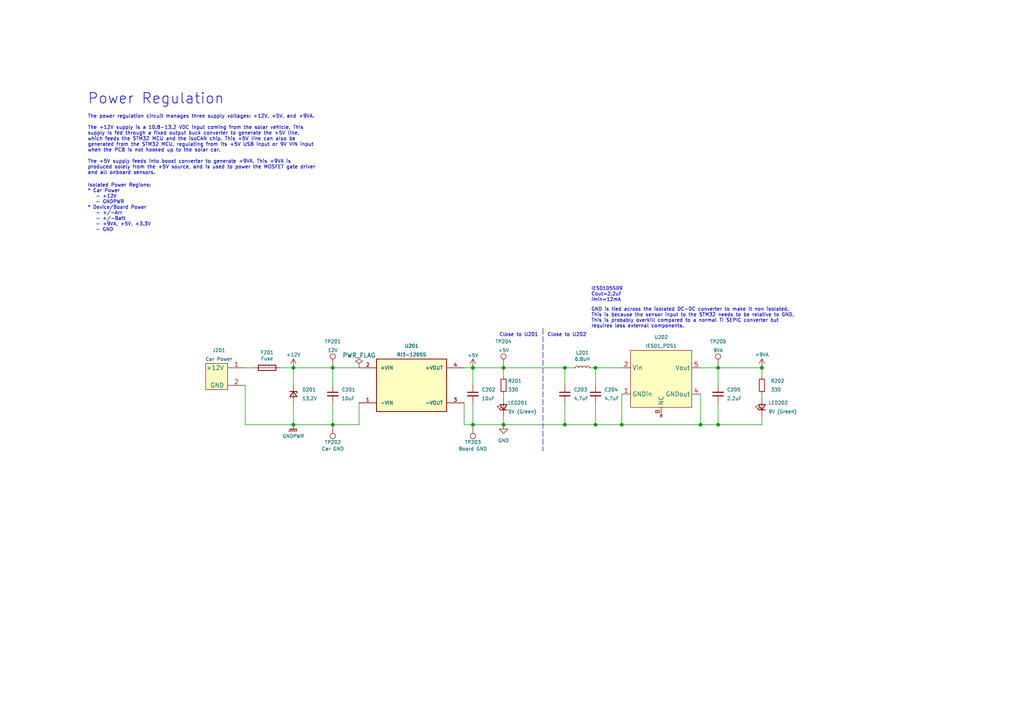
<source format=kicad_sch>
(kicad_sch (version 20211123) (generator eeschema)
  (paper "A4")
  (title_block (title "Sunscatter") (date "2022-06-05") (rev "3.4.0") (company "Longhorn Racing Solar") (comment 1 "Matthew Yu") (comment 2 "Gary Hallock"))
  (lib_symbols
    (symbol "Connector:TestPoint" (pin_numbers hide) (pin_names (offset 0.762) hide)
      (property "Reference" "TP" (at 0 6.858 0))
      (property "Value" "TestPoint" (at 0 5.08 0))
      (symbol "TestPoint_0_1"
        (circle (center 0 3.302) (radius 0.762))
      )
      (symbol "TestPoint_1_1"
        (pin passive line (at 0 0 90) (length 2.54) (name "1") (number "1"))
      )
    )
    (symbol "Device:C_Small" (pin_numbers hide) (pin_names (offset 0.254) hide)
      (property "Reference" "C" (at 0.254 1.778 0))
      (property "Value" "C_Small" (at 0.254 -2.032 0))
      (symbol "C_Small_0_1"
        (polyline (pts (xy -1.524 -0.508) (xy 1.524 -0.508)) (stroke (width 0.3302)))
        (polyline (pts (xy -1.524 0.508) (xy 1.524 0.508)) (stroke (width 0.3048)))
      )
      (symbol "C_Small_1_1"
        (pin passive line (at 0 2.54 270) (length 2.032) (name "~") (number "1"))
        (pin passive line (at 0 -2.54 90) (length 2.032) (name "~") (number "2"))
      )
    )
    (symbol "Device:D_Zener_Small" (pin_numbers hide) (pin_names (offset 0.254) hide)
      (property "Reference" "D" (at 0 2.286 0))
      (property "Value" "D_Zener_Small" (at 0 -2.286 0))
      (symbol "D_Zener_Small_0_1"
        (polyline (pts (xy 0.762 0) (xy -0.762 0)))
        (polyline (pts (xy -0.254 1.016) (xy -0.762 1.016) (xy -0.762 -1.016)) (stroke (width 0.254)))
        (polyline (pts (xy 0.762 1.016) (xy -0.762 0) (xy 0.762 -1.016) (xy 0.762 1.016)) (stroke (width 0.254)))
      )
      (symbol "D_Zener_Small_1_1"
        (pin passive line (at -2.54 0 0) (length 1.778) (name "K") (number "1"))
        (pin passive line (at 2.54 0 180) (length 1.778) (name "A") (number "2"))
      )
    )
    (symbol "Device:Fuse" (pin_numbers hide) (pin_names (offset 0))
      (property "Reference" "F" (at 2.032 0 90))
      (property "Value" "Fuse" (at -1.905 0 90))
      (symbol "Fuse_0_1"
        (rectangle (start -0.762 -2.54) (end 0.762 2.54) (stroke (width 0.254)))
        (polyline (pts (xy 0 2.54) (xy 0 -2.54)))
      )
      (symbol "Fuse_1_1"
        (pin passive line (at 0 3.81 270) (length 1.27) (name "~") (number "1"))
        (pin passive line (at 0 -3.81 90) (length 1.27) (name "~") (number "2"))
      )
    )
    (symbol "Device:LED_Small" (pin_numbers hide) (pin_names (offset 0.254) hide)
      (property "Reference" "D" (at -1.27 3.175 0))
      (property "Value" "LED_Small" (at -4.445 -2.54 0))
      (symbol "LED_Small_0_1"
        (polyline (pts (xy -0.762 -1.016) (xy -0.762 1.016)) (stroke (width 0.254)))
        (polyline (pts (xy 1.016 0) (xy -0.762 0)))
        (polyline (pts (xy 0.762 -1.016) (xy -0.762 0) (xy 0.762 1.016) (xy 0.762 -1.016)) (stroke (width 0.254)))
        (polyline (pts (xy 0 0.762) (xy -0.508 1.27) (xy -0.254 1.27) (xy -0.508 1.27) (xy -0.508 1.016)))
        (polyline (pts (xy 0.508 1.27) (xy 0 1.778) (xy 0.254 1.778) (xy 0 1.778) (xy 0 1.524)))
      )
      (symbol "LED_Small_1_1"
        (pin passive line (at -2.54 0 0) (length 1.778) (name "K") (number "1"))
        (pin passive line (at 2.54 0 180) (length 1.778) (name "A") (number "2"))
      )
    )
    (symbol "Device:L_Small" (pin_numbers hide) (pin_names (offset 0.254) hide)
      (property "Reference" "L" (at 0.762 1.016 0))
      (property "Value" "L_Small" (at 0.762 -1.016 0))
      (symbol "L_Small_0_1"
        (arc (start 0 -2.032) (mid 0.508 -1.524) (end 0 -1.016))
        (arc (start 0 -1.016) (mid 0.508 -0.508) (end 0 0))
        (arc (start 0 0) (mid 0.508 0.508) (end 0 1.016))
        (arc (start 0 1.016) (mid 0.508 1.524) (end 0 2.032))
      )
      (symbol "L_Small_1_1"
        (pin passive line (at 0 2.54 270) (length 0.508) (name "~") (number "1"))
        (pin passive line (at 0 -2.54 90) (length 0.508) (name "~") (number "2"))
      )
    )
    (symbol "Device:R_Small" (pin_numbers hide) (pin_names (offset 0.254) hide)
      (property "Reference" "R" (at 0.762 0.508 0))
      (property "Value" "R_Small" (at 0.762 -1.016 0))
      (symbol "R_Small_0_1"
        (rectangle (start -0.762 1.778) (end 0.762 -1.778) (stroke (width 0.2032)))
      )
      (symbol "R_Small_1_1"
        (pin passive line (at 0 2.54 270) (length 0.762) (name "~") (number "1"))
        (pin passive line (at 0 -2.54 90) (length 0.762) (name "~") (number "2"))
      )
    )
    (symbol "MPPT:IES01_PDS1"
      (property "Reference" "U" (at 0 0 0))
      (property "Value" "IES01_PDS1" (at 0 -1.27 0))
      (symbol "IES01_PDS1_0_1"
        (rectangle (start -8.89 -2.54) (end 8.89 -19.05) (stroke (width 0.1524)) (fill (type background)))
      )
      (symbol "IES01_PDS1_1_1"
        (pin input line (at -11.43 -15.24 0) (length 2.54) (name "GNDin") (number "1"))
        (pin input line (at -11.43 -7.62 0) (length 2.54) (name "Vin") (number "2"))
        (pin input line (at 11.43 -15.24 180) (length 2.54) (name "GNDout") (number "4"))
        (pin power_out line (at 11.43 -7.62 180) (length 2.54) (name "Vout") (number "5"))
        (pin no_connect line (at 0 -21.59 90) (length 2.54) (name "NC") (number "8"))
      )
    )
    (symbol "MPPT:PWR_Connector_43650-0215" (pin_names (offset 1.016))
      (property "Reference" "J" (at 0 -5.08 0))
      (property "Value" "PWR_Connector_43650-0215" (at 0 5.08 0))
      (symbol "PWR_Connector_43650-0215_0_1"
        (rectangle (start 2.54 3.81) (end -3.81 -3.81) (fill (type background)))
      )
      (symbol "PWR_Connector_43650-0215_1_1"
        (pin power_out line (at 7.62 2.54 180) (length 5.08) (name "+12V") (number "1"))
        (pin power_out line (at 7.62 -2.54 180) (length 5.08) (name "GND") (number "2"))
      )
    )
    (symbol "MPPT:RI3-1205S" (pin_names (offset 1.016))
      (property "Reference" "PS" (at -10.16 8.89 0))
      (property "Value" "RI3-1205S" (at -10.16 -10.16 0))
      (symbol "RI3-1205S_0_0"
        (rectangle (start -10.16 -7.62) (end 10.16 7.62) (stroke (width 0.254)) (fill (type background)))
        (pin power_in line (at -15.24 -5.08 0) (length 5.08) (name "-VIN") (number "1"))
        (pin power_in line (at -15.24 5.08 0) (length 5.08) (name "+VIN") (number "2"))
        (pin power_out line (at 15.24 -5.08 180) (length 5.08) (name "-VOUT") (number "3"))
        (pin power_out line (at 15.24 5.08 180) (length 5.08) (name "+VOUT") (number "4"))
      )
    )
    (symbol "power:+12V" (power) (pin_names (offset 0))
      (property "Value" "+12V" (at 0 3.556 0))
      (symbol "+12V_0_1"
        (polyline (pts (xy -0.762 1.27) (xy 0 2.54)))
        (polyline (pts (xy 0 0) (xy 0 2.54)))
        (polyline (pts (xy 0 2.54) (xy 0.762 1.27)))
      )
      (symbol "+12V_1_1"
        (pin power_in line (at 0 0 90) (length 0) hide (name "+12V") (number "1"))
      )
    )
    (symbol "power:+5V" (power) (pin_names (offset 0))
      (property "Value" "+5V" (at 0 3.556 0))
      (symbol "+5V_0_1"
        (polyline (pts (xy -0.762 1.27) (xy 0 2.54)))
        (polyline (pts (xy 0 0) (xy 0 2.54)))
        (polyline (pts (xy 0 2.54) (xy 0.762 1.27)))
      )
      (symbol "+5V_1_1"
        (pin power_in line (at 0 0 90) (length 0) hide (name "+5V") (number "1"))
      )
    )
    (symbol "power:+9VA" (power) (pin_names (offset 0))
      (property "Value" "+9VA" (at 0 3.81 0))
      (symbol "+9VA_0_1"
        (polyline (pts (xy -0.762 1.27) (xy 0 2.54)))
        (polyline (pts (xy 0 0) (xy 0 2.54)))
        (polyline (pts (xy 0 2.54) (xy 0.762 1.27)))
      )
      (symbol "+9VA_1_1"
        (pin power_in line (at 0 0 90) (length 0) hide (name "+9VA") (number "1"))
      )
    )
    (symbol "power:GND" (power) (pin_names (offset 0))
      (property "Value" "GND" (at 0 -3.81 0))
      (symbol "GND_0_1"
        (polyline (pts (xy 0 0) (xy 0 -1.27) (xy 1.27 -1.27) (xy 0 -2.54) (xy -1.27 -1.27) (xy 0 -1.27)))
      )
      (symbol "GND_1_1"
        (pin power_in line (at 0 0 270) (length 0) hide (name "GND") (number "1"))
      )
    )
    (symbol "power:GNDPWR" (power) (pin_names (offset 0))
      (property "Value" "GNDPWR" (at 0 -3.302 0))
      (symbol "GNDPWR_0_1"
        (polyline (pts (xy 0 -1.27) (xy 0 0)))
        (polyline (pts (xy -1.016 -1.27) (xy -1.27 -2.032) (xy -1.27 -2.032)) (stroke (width 0.2032)))
        (polyline (pts (xy -0.508 -1.27) (xy -0.762 -2.032) (xy -0.762 -2.032)) (stroke (width 0.2032)))
        (polyline (pts (xy 0 -1.27) (xy -0.254 -2.032) (xy -0.254 -2.032)) (stroke (width 0.2032)))
        (polyline (pts (xy 0.508 -1.27) (xy 0.254 -2.032) (xy 0.254 -2.032)) (stroke (width 0.2032)))
        (polyline (pts (xy 1.016 -1.27) (xy -1.016 -1.27) (xy -1.016 -1.27)) (stroke (width 0.2032)))
        (polyline (pts (xy 1.016 -1.27) (xy 0.762 -2.032) (xy 0.762 -2.032) (xy 0.762 -2.032)) (stroke (width 0.2032)))
      )
      (symbol "GNDPWR_1_1"
        (pin power_in line (at 0 0 270) (length 0) hide (name "GNDPWR") (number "1"))
      )
    )
    (symbol "power:PWR_FLAG" (power) (pin_numbers hide) (pin_names (offset 0) hide)
      (property "Value" "PWR_FLAG" (at 0 3.81 0))
      (symbol "PWR_FLAG_0_0"
        (pin power_out line (at 0 0 90) (length 0) (name "pwr") (number "1"))
      )
      (symbol "PWR_FLAG_0_1"
        (polyline (pts (xy 0 0) (xy 0 1.27) (xy -1.016 1.905) (xy 0 2.54) (xy 1.016 1.905) (xy 0 1.27)))
      )
    )
  )
  (junction (at 203.2 123.19))
  (junction (at 180.34 123.19))
  (junction (at 146.05 123.19))
  (junction (at 85.09 123.19))
  (junction (at 137.16 106.68))
  (junction (at 220.98 106.68))
  (junction (at 163.83 123.19))
  (junction (at 172.72 123.19))
  (junction (at 172.72 106.68))
  (junction (at 208.28 106.68))
  (junction (at 96.52 123.19))
  (junction (at 96.52 106.68))
  (junction (at 137.16 123.19))
  (junction (at 163.83 106.68))
  (junction (at 208.28 123.19))
  (junction (at 146.05 106.68))
  (junction (at 85.09 106.68))
  (wire (pts (xy 208.28 116.84) (xy 208.28 123.19)))
  (wire (pts (xy 137.16 116.84) (xy 137.16 123.19)))
  (wire (pts (xy 203.2 123.19) (xy 208.28 123.19)))
  (wire (pts (xy 203.2 123.19) (xy 180.34 123.19)))
  (wire (pts (xy 85.09 106.68) (xy 85.09 111.76)))
  (wire (pts (xy 203.2 114.3) (xy 203.2 123.19)))
  (wire (pts (xy 96.52 116.84) (xy 96.52 123.19)))
  (wire (pts (xy 71.12 123.19) (xy 85.09 123.19)))
  (wire (pts (xy 163.83 106.68) (xy 166.37 106.68)))
  (wire (pts (xy 104.14 123.19) (xy 104.14 116.84)))
  (wire (pts (xy 146.05 114.3) (xy 146.05 115.57)))
  (wire (pts (xy 134.62 106.68) (xy 137.16 106.68)))
  (wire (pts (xy 163.83 123.19) (xy 172.72 123.19)))
  (wire (pts (xy 172.72 106.68) (xy 180.34 106.68)))
  (wire (pts (xy 85.09 123.19) (xy 96.52 123.19)))
  (wire (pts (xy 220.98 123.19) (xy 220.98 120.65)))
  (wire (pts (xy 172.72 106.68) (xy 171.45 106.68)))
  (wire (pts (xy 208.28 106.68) (xy 220.98 106.68)))
  (wire (pts (xy 96.52 106.68) (xy 96.52 111.76)))
  (wire (pts (xy 220.98 106.68) (xy 220.98 109.22)))
  (wire (pts (xy 71.12 106.68) (xy 73.66 106.68)))
  (wire (pts (xy 163.83 106.68) (xy 146.05 106.68)))
  (wire (pts (xy 180.34 114.3) (xy 180.34 123.19)))
  (wire (pts (xy 203.2 106.68) (xy 208.28 106.68)))
  (wire (pts (xy 180.34 123.19) (xy 172.72 123.19)))
  (wire (pts (xy 71.12 111.76) (xy 71.12 123.19)))
  (wire (pts (xy 137.16 106.68) (xy 146.05 106.68)))
  (wire (pts (xy 208.28 106.68) (xy 208.28 111.76)))
  (wire (pts (xy 96.52 123.19) (xy 104.14 123.19)))
  (wire (pts (xy 172.72 123.19) (xy 172.72 116.84)))
  (wire (pts (xy 146.05 106.68) (xy 146.05 109.22)))
  (wire (pts (xy 137.16 123.19) (xy 146.05 123.19)))
  (wire (pts (xy 220.98 114.3) (xy 220.98 115.57)))
  (wire (pts (xy 85.09 116.84) (xy 85.09 123.19)))
  (wire (pts (xy 81.28 106.68) (xy 85.09 106.68)))
  (wire (pts (xy 134.62 123.19) (xy 137.16 123.19)))
  (wire (pts (xy 163.83 116.84) (xy 163.83 123.19)))
  (polyline (pts (xy 157.48 95.25) (xy 157.48 130.81)))
  (wire (pts (xy 137.16 106.68) (xy 137.16 111.76)))
  (wire (pts (xy 85.09 106.68) (xy 96.52 106.68)))
  (wire (pts (xy 146.05 120.65) (xy 146.05 123.19)))
  (wire (pts (xy 208.28 123.19) (xy 220.98 123.19)))
  (wire (pts (xy 163.83 111.76) (xy 163.83 106.68)))
  (wire (pts (xy 134.62 116.84) (xy 134.62 123.19)))
  (wire (pts (xy 172.72 111.76) (xy 172.72 106.68)))
  (wire (pts (xy 96.52 106.68) (xy 104.14 106.68)))
  (wire (pts (xy 146.05 123.19) (xy 163.83 123.19)))
  (text "Close to U202" (at 158.75 97.79 0) (effects (font (size 1.016 1.016)) (justify left bottom)))
  (text "IES0105S09\nCout=2.2uF\nImin=12mA" (at 171.45 87.63 0) (effects (font (size 1 1)) (justify left bottom)))
  (text "The power regulation circuit manages three supply voltages: +12V, +5V, and +9VA.\n\nThe +12V supply is a 10.8-13.2 VDC input coming from the solar vehicle. This \nsupply is fed through a fixed output buck converter to generate the +5V line, \nwhich feeds the STM32 MCU and the isoCAN chip. This +5V line can also be \ngenerated from the STM32 MCU, regulating from its +5V USB input or 9V VIN input \nwhen the PCB is not hooked up to the solar car.\n\nThe +5V supply feeds into boost converter to generate +9VA. This +9VA is \nproduced solely from the +5V source, and is used to power the MOSFET gate driver \nand all onboard sensors." (at 25.4 50.8 0) (effects (font (size 1.016 1.016)) (justify left bottom)))
  (text "Power Regulation" (at 25.4 30.48 0) (effects (font (size 3 3) (thickness 0.2) bold) (justify left bottom)))
  (text "Isolated Power Regions:\n* Car Power\n   - +12V\n   - GNDPWR\n* Device/Board Power\n   - +/-Arr\n   - +/-Batt\n   - +9VA, +5V, +3.3V\n   - GND" (at 25.4 67.31 0) (effects (font (size 1 1)) (justify left bottom)))
  (text "Close to U201" (at 144.78 97.79 0) (effects (font (size 1.016 1.016)) (justify left bottom)))
  (text "GND is tied across the isolated DC-DC converter to make it non isolated. \nThis is because the sensor input to the STM32 needs to be relative to GND.\nThis is probably overkill compared to a normal TI SEPIC converter but \nrequires less external components." (at 171.45 95.25 0) (effects (font (size 1 1)) (justify left bottom)))
  (symbol (lib_id "Device:C_Small") (at 163.83 114.3 0) (unit 1)
    (property "Reference" "C203" (at 166.37 113.03 0) (effects (font (size 1 1)) (justify left)))
    (property "Value" "4.7uF" (at 166.37 115.57 0) (effects (font (size 1 1)) (justify left)))
    (property "Footprint" "Capacitor_SMD:C_0805_2012Metric" (effects hide))
    (property "Datasheet" "https://datasheet.lcsc.com/lcsc/1810261822_Samsung-Electro-Mechanics-CL21A475KAQNNNE_C1779.pdf" (effects hide))
    (property "Distributor" "JLCPCB" (effects hide))
    (property "Manufacturer" "Samsung Electro-Mechanics" (effects hide))
    (property "JLCPCB BOM" "1" (effects hide))
    (property "LCSC Part" "C1779" (effects hide))
    (property "Projected Cost" "0.0109" (effects hide))
    (property "Purchase Page" "N/A" (effects hide))
    (property "Manufacturer Part Number" "CL21A475KAQNNNE" (effects hide))
    (property "Mouser Part" "N/A" (effects hide))
  )
  (symbol (lib_id "power:+12V") (at 85.09 106.68 0) (unit 1)
    (property "Reference" "#PWR0201" (effects hide))
    (property "Value" "+12V" (at 85.09 102.87 0) (effects (font (size 1 1))))
  )
  (symbol (lib_id "Device:D_Zener_Small") (at 85.09 114.3 270) (unit 1)
    (property "Reference" "D201" (at 87.63 113.03 90) (effects (font (size 1 1)) (justify left)))
    (property "Value" "13.2V" (at 87.63 115.57 90) (effects (font (size 1 1)) (justify left)))
    (property "Footprint" "Diode_SMD:D_SOD-323F" (effects hide))
    (property "Datasheet" "https://www.mouser.com/datasheet/2/916/PZUXB_SER-1600481.pdf" (effects hide))
    (property "Distributor" "Mouser" (effects hide))
    (property "JLCPCB BOM" "0" (effects hide))
    (property "LCSC Part" "N/A" (effects hide))
    (property "Manufacturer" "Nexperia" (effects hide))
    (property "Projected Cost" "0.38" (effects hide))
    (property "Purchase Page" "https://www.mouser.com/ProductDetail/Nexperia/PZU13B2115?qs=LOCUfHb8d9vipK9LoWwDsg%3D%3D" (effects hide))
    (property "Manufacturer Part Number" "PZU13B2,115" (effects hide))
    (property "Mouser Part" "771-PZU13B2115" (effects hide))
  )
  (symbol (lib_id "Connector:TestPoint") (at 146.05 106.68 0) (unit 1)
    (property "Reference" "TP204" (at 146.05 99.06 0) (effects (font (size 1 1))))
    (property "Value" "+5V" (at 146.05 101.6 0) (effects (font (size 1 1))))
    (property "Footprint" "TestPoint:TestPoint_Pad_1.0x1.0mm" (effects hide))
  )
  (symbol (lib_id "MPPT:IES01_PDS1") (at 191.77 99.06 0) (unit 1)
    (property "Reference" "U202" (at 191.77 97.79 0) (effects (font (size 1 1))))
    (property "Value" "IES01_PDS1" (at 191.77 100.33 0) (effects (font (size 1 1))))
    (property "Footprint" "Footprints:IES01_PDS1" (effects hide))
    (property "Datasheet" "https://www.mouser.com/datasheet/2/942/SF_IES01-1666999.pdf" (effects hide))
    (property "Distributor" "Mouser" (effects hide))
    (property "Manufacturer" "XP Power" (effects hide))
    (property "JLCPCB BOM" "0" (effects hide))
    (property "LCSC Part" "N/A" (effects hide))
    (property "Projected Cost" "3.60" (effects hide))
    (property "Purchase Page" "https://www.mouser.com/ProductDetail/XP-Power/IES0105S09?qs=Cb2nCFKsA8olKT2yq0l%2FZg%3D%3D" (effects hide))
    (property "Manufacturer Part Number" "IES0105S09" (effects hide))
    (property "Mouser Part" "209-IES0105S09" (effects hide))
  )
  (symbol (lib_id "power:+9VA") (at 220.98 106.68 0) (unit 1)
    (property "Reference" "#PWR0205" (effects hide))
    (property "Value" "+9VA" (at 220.98 102.87 0) (effects (font (size 1 1))))
  )
  (symbol (lib_id "Device:L_Small") (at 168.91 106.68 90) (unit 1)
    (property "Reference" "L201" (at 168.91 102.3325 90) (effects (font (size 1 1))))
    (property "Value" "6.8uH" (at 168.91 104.14 90) (effects (font (size 1 1))))
    (property "Footprint" "Inductor_SMD:L_Taiyo-Yuden_NR-50xx" (effects hide))
    (property "Distributor" "Mouser" (effects hide))
    (property "Manufacturer" "Taiyo Yuden" (effects hide))
    (property "JLCPCB BOM" "0" (effects hide))
    (property "LCSC Part" "N/A" (effects hide))
    (property "Projected Cost" "0.36" (effects hide))
    (property "Purchase Page" "https://www.mouser.com/ProductDetail/Taiyo-Yuden/NRS5040T6R8MMGJ?qs=y6ZabgHbY%252Bzi5243tSRdMg%3D%3D" (effects hide))
    (property "Manufacturer Part Number" "NRS5040T6R8MMGJ" (effects hide))
    (property "Mouser Part" "963-NRS5040T6R8MMGJ" (effects hide))
  )
  (symbol (lib_id "Device:LED_Small") (at 220.98 118.11 90) (unit 1)
    (property "Reference" "LED202" (at 228.6 116.84 90) (effects (font (size 1 1)) (justify left)))
    (property "Value" "9V (Green)" (at 231.14 119.38 90) (effects (font (size 1 1)) (justify left)))
    (property "Footprint" "LED_SMD:LED_0805_2012Metric" (effects hide))
    (property "Distributor" "Mouser" (effects hide))
    (property "Manufacturer" "Kingbright" (effects hide))
    (property "JLCPCB BOM" "0" (effects hide))
    (property "LCSC Part" "N/A" (effects hide))
    (property "Projected Cost" "0.42" (effects hide))
    (property "Purchase Page" "https://www.mouser.com/ProductDetail/Kingbright/APTD2012LCGCK?qs=AQlKX63v8RvNHN%2F9EGvNTg%3D%3D" (effects hide))
    (property "Manufacturer Part Number" "APTD2012LCGCK" (effects hide))
    (property "Mouser Part" "604-APTD2012LCGCK" (effects hide))
  )
  (symbol (lib_id "Device:C_Small") (at 96.52 114.3 0) (unit 1)
    (property "Reference" "C201" (at 99.06 113.03 0) (effects (font (size 1 1)) (justify left)))
    (property "Value" "10uF" (at 99.06 115.57 0) (effects (font (size 1 1)) (justify left)))
    (property "Footprint" "Capacitor_SMD:C_0805_2012Metric" (effects hide))
    (property "Datasheet" "https://datasheet.lcsc.com/lcsc/1811121310_Samsung-Electro-Mechanics-CL21A106KAYNNNE_C15850.pdf" (effects hide))
    (property "Distributor" "JLCPCB" (effects hide))
    (property "JLCPCB BOM" "1" (effects hide))
    (property "LCSC Part" "C15850" (effects hide))
    (property "Manufacturer" "Samsung Electro-Mechanics" (effects hide))
    (property "Projected Cost" "0.0141" (effects hide))
    (property "Purchase Page" "N/A" (effects hide))
    (property "Manufacturer Part Number" "CL21A106KAYNNNE" (effects hide))
    (property "Mouser Part" "N/A" (effects hide))
  )
  (symbol (lib_id "power:GNDPWR") (at 85.09 123.19 0) (unit 1)
    (property "Reference" "#PWR0202" (effects hide))
    (property "Value" "GNDPWR" (at 85.09 126.492 0) (effects (font (size 1 1))))
  )
  (symbol (lib_id "Connector:TestPoint") (at 137.16 123.19 180) (unit 1)
    (property "Reference" "TP203" (at 137.16 128.27 0) (effects (font (size 1 1))))
    (property "Value" "Board GND" (at 137.16 130.175 0) (effects (font (size 1 1))))
    (property "Footprint" "TestPoint:TestPoint_Pad_1.0x1.0mm" (effects hide))
  )
  (symbol (lib_id "Device:R_Small") (at 146.05 111.76 0) (unit 1)
    (property "Reference" "R201" (at 147.32 110.49 0) (effects (font (size 1 1)) (justify left)))
    (property "Value" "330" (at 147.32 113.03 0) (effects (font (size 1 1)) (justify left)))
    (property "Footprint" "Resistor_SMD:R_0805_2012Metric" (effects hide))
    (property "Datasheet" "https://datasheet.lcsc.com/lcsc/2110251830_UNI-ROYAL-Uniroyal-Elec-0805W8F3300T5E_C17630.pdf" (effects hide))
    (property "Distributor" "JLCPCB" (effects hide))
    (property "Manufacturer" "Uniroyal Elec" (effects hide))
    (property "JLCPCB BOM" "1" (effects hide))
    (property "LCSC Part" "C17630" (effects hide))
    (property "Projected Cost" "0.0024" (effects hide))
    (property "Purchase Page" "N/A" (effects hide))
    (property "Manufacturer Part Number" "0805W8F3300T5E" (effects hide))
    (property "Mouser Part" "N/A" (effects hide))
  )
  (symbol (lib_id "power:PWR_FLAG") (at 104.14 106.68 0) (unit 1)
    (property "Reference" "#FLG0102" (effects hide))
    (property "Value" "PWR_FLAG" (at 104.14 103.0755 0))
  )
  (symbol (lib_id "MPPT:RI3-1205S") (at 119.38 111.76 0) (unit 1)
    (property "Reference" "U201" (at 119.38 100.33 0) (effects (font (size 1 1))))
    (property "Value" "RI3-1205S" (at 119.38 102.87 0) (effects (font (size 1 1))))
    (property "Footprint" "Footprints:CONV_RI3-1205S" (effects hide))
    (property "Datasheet" "https://www.mouser.com/datasheet/2/468/RI3-1711119.pdf" (effects hide))
    (property "Distributor" "Mouser" (effects hide))
    (property "JLCPCB BOM" "0" (effects hide))
    (property "LCSC Part" "N/A" (effects hide))
    (property "Manufacturer" "RECOM Power" (effects hide))
    (property "Manufacturer Part Number" "RI3-1205S" (effects hide))
    (property "Mouser Part" "919-RI3-1205S" (effects hide))
    (property "Projected Cost" "11.17" (effects hide))
    (property "Purchase Page" "https://www.mouser.com/ProductDetail/RECOM-Power/RI3-1205S?qs=IbBl3rwNelPT1WcVQVA01Q%3D%3D" (effects hide))
  )
  (symbol (lib_id "power:+5V") (at 137.16 106.68 0) (unit 1)
    (property "Reference" "#PWR0203" (effects hide))
    (property "Value" "+5V" (at 137.16 103.0755 0) (effects (font (size 1 1))))
  )
  (symbol (lib_id "Device:R_Small") (at 220.98 111.76 0) (unit 1)
    (property "Reference" "R202" (at 223.52 110.49 0) (effects (font (size 1 1)) (justify left)))
    (property "Value" "330" (at 223.52 113.03 0) (effects (font (size 1 1)) (justify left)))
    (property "Footprint" "Resistor_SMD:R_0805_2012Metric" (effects hide))
    (property "Distributor" "JLCPCB" (effects hide))
    (property "Manufacturer" "Uniroyal Elec" (effects hide))
    (property "JLCPCB BOM" "1" (effects hide))
    (property "LCSC Part" "C17630" (effects hide))
    (property "Projected Cost" "0.0024" (effects hide))
    (property "Purchase Page" "N/A" (effects hide))
    (property "Manufacturer Part Number" "0805W8F3300T5E" (effects hide))
    (property "Mouser Part" "N/A" (effects hide))
  )
  (symbol (lib_id "Connector:TestPoint") (at 208.28 106.68 0) (unit 1)
    (property "Reference" "TP205" (at 208.28 99.06 0) (effects (font (size 1 1))))
    (property "Value" "9VA" (at 208.28 101.6 0) (effects (font (size 1 1))))
    (property "Footprint" "TestPoint:TestPoint_Pad_1.0x1.0mm" (effects hide))
  )
  (symbol (lib_id "Connector:TestPoint") (at 96.52 123.19 180) (unit 1)
    (property "Reference" "TP202" (at 96.52 128.27 0) (effects (font (size 1 1))))
    (property "Value" "Car GND" (at 96.52 130.175 0) (effects (font (size 1 1))))
    (property "Footprint" "TestPoint:TestPoint_Pad_1.0x1.0mm" (effects hide))
  )
  (symbol (lib_id "Device:C_Small") (at 208.28 114.3 0) (mirror x) (unit 1)
    (property "Reference" "C205" (at 210.82 113.03 0) (effects (font (size 1 1)) (justify left)))
    (property "Value" "2.2uF" (at 210.82 115.57 0) (effects (font (size 1 1)) (justify left)))
    (property "Footprint" "Capacitor_SMD:C_0805_2012Metric" (effects hide))
    (property "Datasheet" "https://datasheet.lcsc.com/lcsc/1811101411_FH-Guangdong-Fenghua-Advanced-Tech-0805F225M500NT_C49217.pdf" (effects hide))
    (property "Distributor" "JLCPCB" (effects hide))
    (property "Manufacturer" "Guangdong Fenghua Advanced Tech" (effects hide))
    (property "JLCPCB BOM" "1" (effects hide))
    (property "LCSC Part" "C49217" (effects hide))
    (property "Projected Cost" "0.0172" (effects hide))
    (property "Purchase Page" "N/A" (effects hide))
    (property "Manufacturer Part Number" "0805F225M500NT" (effects hide))
    (property "Mouser Part" "N/A" (effects hide))
  )
  (symbol (lib_id "Connector:TestPoint") (at 96.52 106.68 0) (unit 1)
    (property "Reference" "TP201" (at 96.52 99.06 0) (effects (font (size 1 1))))
    (property "Value" "12V" (at 96.52 101.6 0) (effects (font (size 1 1))))
    (property "Footprint" "TestPoint:TestPoint_Pad_1.0x1.0mm" (effects hide))
  )
  (symbol (lib_id "power:GND") (at 146.05 123.19 0) (unit 1)
    (property "Reference" "#PWR0204" (effects hide))
    (property "Value" "GND" (at 146.05 127.7525 0) (effects (font (size 1 1))))
  )
  (symbol (lib_id "Device:C_Small") (at 137.16 114.3 0) (unit 1)
    (property "Reference" "C202" (at 139.7 113.03 0) (effects (font (size 1 1)) (justify left)))
    (property "Value" "10uF" (at 139.7 115.57 0) (effects (font (size 1 1)) (justify left)))
    (property "Footprint" "Capacitor_SMD:C_0805_2012Metric" (effects hide))
    (property "Datasheet" "https://datasheet.lcsc.com/lcsc/1811121310_Samsung-Electro-Mechanics-CL21A106KAYNNNE_C15850.pdf" (effects hide))
    (property "Distributor" "JLCPCB" (effects hide))
    (property "JLCPCB BOM" "1" (effects hide))
    (property "LCSC Part" "C15850" (effects hide))
    (property "Manufacturer" "Samsung Electro-Mechanics" (effects hide))
    (property "Projected Cost" "0.0141" (effects hide))
    (property "Purchase Page" "N/A" (effects hide))
    (property "Manufacturer Part Number" "CL21A106KAYNNNE" (effects hide))
    (property "Mouser Part" "N/A" (effects hide))
  )
  (symbol (lib_id "Device:C_Small") (at 172.72 114.3 0) (unit 1)
    (property "Reference" "C204" (at 175.26 113.03 0) (effects (font (size 1 1)) (justify left)))
    (property "Value" "4.7uF" (at 175.26 115.57 0) (effects (font (size 1 1)) (justify left)))
    (property "Footprint" "Capacitor_SMD:C_0805_2012Metric" (effects hide))
    (property "Datasheet" "https://datasheet.lcsc.com/lcsc/1810261822_Samsung-Electro-Mechanics-CL21A475KAQNNNE_C1779.pdf" (effects hide))
    (property "Distributor" "JLCPCB" (effects hide))
    (property "Manufacturer" "Samsung Electro-Mechanics" (effects hide))
    (property "JLCPCB BOM" "1" (effects hide))
    (property "LCSC Part" "C1779" (effects hide))
    (property "Projected Cost" "0.0109" (effects hide))
    (property "Purchase Page" "N/A" (effects hide))
    (property "Manufacturer Part Number" "CL21A475KAQNNNE" (effects hide))
    (property "Mouser Part" "N/A" (effects hide))
  )
  (symbol (lib_id "Device:Fuse") (at 77.47 106.68 270) (unit 1)
    (property "Reference" "F201" (at 77.47 102.235 90) (effects (font (size 1 1))))
    (property "Value" "Fuse" (at 77.47 103.9876 90) (effects (font (size 1 1))))
    (property "Footprint" "Footprints:05200101Z_Fuze_Holder_5x20_PCB_Mount" (effects hide))
    (property "Datasheet" "https://www.mouser.com/datasheet/2/240/Littelfuse_Fuse_Block_520_Datasheet_pdf-1372316.pdf" (effects hide))
    (property "Distributor" "Mouser" (effects hide))
    (property "Manufacturer" "Littelfuse" (effects hide))
    (property "JLCPCB BOM" "0" (effects hide))
    (property "LCSC Part" "N/A" (effects hide))
    (property "Projected Cost" "1.60" (effects hide))
    (property "Purchase Page" "https://www.mouser.com/ProductDetail/Littelfuse/05200101Z?qs=gu7KAQ731URy7T5v0X5a9A%3D%3D" (effects hide))
    (property "Manufacturer Part Number" "05200101Z" (effects hide))
    (property "Mouser Part" "576-05200101Z" (effects hide))
  )
  (symbol (lib_id "Device:LED_Small") (at 146.05 118.11 90) (unit 1)
    (property "Reference" "LED201" (at 147.32 116.84 90) (effects (font (size 1 1)) (justify right)))
    (property "Value" "5V (Green)" (at 147.32 119.38 90) (effects (font (size 1 1)) (justify right)))
    (property "Footprint" "LED_SMD:LED_0805_2012Metric" (effects hide))
    (property "Datasheet" "https://www.mouser.com/datasheet/2/216/APTD2012LCGCK-1102037.pdf" (effects hide))
    (property "Distributor" "Mouser" (effects hide))
    (property "Manufacturer" "Kingbright" (effects hide))
    (property "JLCPCB BOM" "0" (effects hide))
    (property "LCSC Part" "N/A" (effects hide))
    (property "Projected Cost" "0.42" (effects hide))
    (property "Purchase Page" "https://www.mouser.com/ProductDetail/Kingbright/APTD2012LCGCK?qs=AQlKX63v8RvNHN%2F9EGvNTg%3D%3D" (effects hide))
    (property "Manufacturer Part Number" "APTD2012LCGCK" (effects hide))
    (property "Mouser Part" "604-APTD2012LCGCK" (effects hide))
  )
  (symbol (lib_id "MPPT:PWR_Connector_43650-0215") (at 63.5 109.22 0) (unit 1)
    (property "Reference" "J201" (at 63.5 101.6 0) (effects (font (size 1 1))))
    (property "Value" "Car Power" (at 63.5 104.14 0) (effects (font (size 1 1))))
    (property "Footprint" "Connector_Molex:Molex_Micro-Fit_3.0_43650-0215_1x02_P3.00mm_Vertical" (effects hide))
    (property "Datasheet" "https://www.mouser.com/datasheet/2/276/0436500215_PCB_HEADERS-148687.pdf" (effects hide))
    (property "Distributor" "Mouser" (effects hide))
    (property "JLCPCB BOM" "0" (effects hide))
    (property "LCSC Part" "N/A" (effects hide))
    (property "Manufacturer" "Molex" (effects hide))
    (property "Projected Cost" "1.46" (effects hide))
    (property "Purchase Page" "https://www.mouser.com/ProductDetail/538-43650-0215" (effects hide))
    (property "Manufacturer Part Number" "43650-0215" (effects hide))
    (property "Mouser Part" "538-43650-0215" (effects hide))
  )
)
</source>
